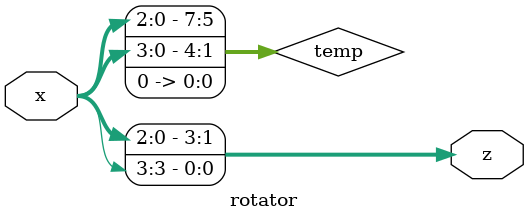
<source format=v>
module rotator
#( 
    parameter WIDTH = 4
)
(
    input  [WIDTH - 1:0] x,
    output [WIDTH - 1:0] z
);

    wire [2 * WIDTH - 1:0] temp;
    assign temp = {x, x} << 1'b1;
    assign z = temp[2 * WIDTH - 1: WIDTH];
endmodule


</source>
